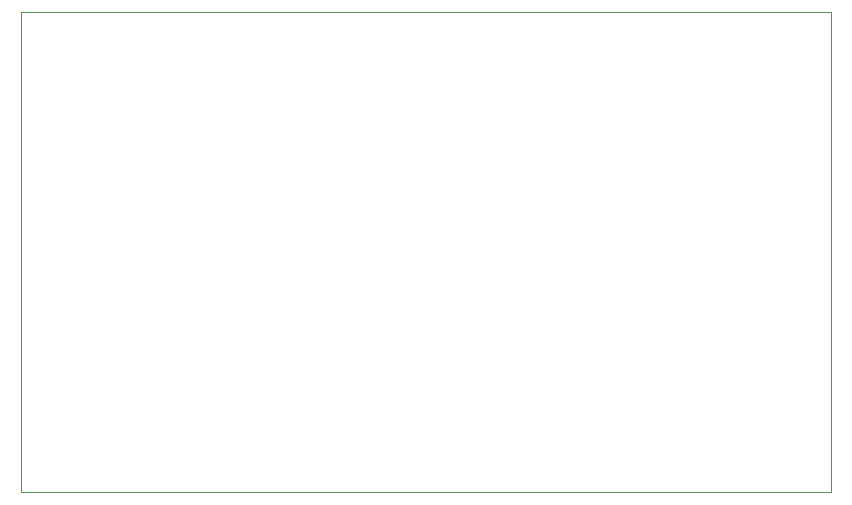
<source format=gbr>
%TF.GenerationSoftware,KiCad,Pcbnew,7.0.4*%
%TF.CreationDate,2023-05-30T06:19:14+05:30*%
%TF.ProjectId,1,312e6b69-6361-4645-9f70-636258585858,rev?*%
%TF.SameCoordinates,Original*%
%TF.FileFunction,Profile,NP*%
%FSLAX46Y46*%
G04 Gerber Fmt 4.6, Leading zero omitted, Abs format (unit mm)*
G04 Created by KiCad (PCBNEW 7.0.4) date 2023-05-30 06:19:14*
%MOMM*%
%LPD*%
G01*
G04 APERTURE LIST*
%TA.AperFunction,Profile*%
%ADD10C,0.100000*%
%TD*%
G04 APERTURE END LIST*
D10*
X109220000Y-68580000D02*
X177800000Y-68580000D01*
X177800000Y-109220000D01*
X109220000Y-109220000D01*
X109220000Y-68580000D01*
M02*

</source>
